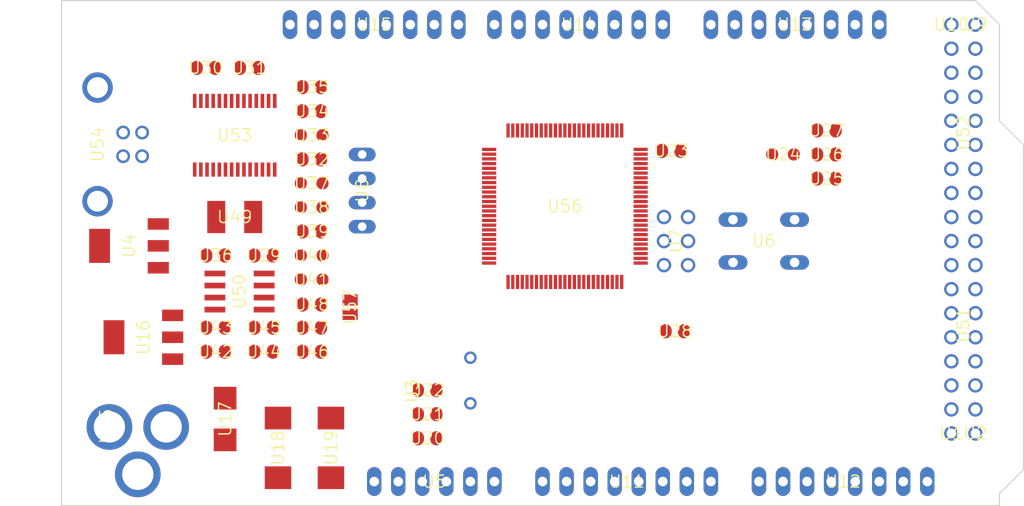
<source format=kicad_pcb>
(kicad_pcb (version 20221018) (generator pcbnew)
  (layers (0 "F.Cu" signal "Top") (31 "B.Cu" signal "Bottom") (34 "B.Paste" user) (35 "F.Paste" user) (36 "B.SilkS" user "B.Silkscreen") (37 "F.SilkS" user "F.Silkscreen") (38 "B.Mask" user) (39 "F.Mask" user) (44 "Edge.Cuts" user))
  (net 0 "")
  (net 1 "+5V")
  (net 2 "GND")
  (net 3 "N$6")
  (net 4 "N$7")
  (net 5 "AREF")
  (net 6 "RESET")
  (net 7 "VIN")
  (net 8 "N$3")
  (net 9 "PWRIN")
  (net 10 "M8RXD")
  (net 11 "M8TXD")
  (net 12 "ADC0")
  (net 13 "ADC2")
  (net 14 "ADC1")
  (net 15 "ADC3")
  (net 16 "ADC4")
  (net 17 "ADC5")
  (net 18 "ADC6")
  (net 19 "ADC7")
  (net 20 "+3V3")
  (net 21 "SDA")
  (net 22 "SCL")
  (net 23 "ADC9")
  (net 24 "ADC8")
  (net 25 "ADC10")
  (net 26 "ADC11")
  (net 27 "ADC12")
  (net 28 "ADC13")
  (net 29 "ADC14")
  (net 30 "ADC15")
  (net 31 "PB3")
  (net 32 "PB2")
  (net 33 "PB1")
  (net 34 "PB5")
  (net 35 "PB4")
  (net 36 "PE5")
  (net 37 "PE4")
  (net 38 "PE3")
  (net 39 "PE1")
  (net 40 "PE0")
  (net 41 "N$15")
  (net 42 "N$53")
  (net 43 "N$54")
  (net 44 "N$55")
  (net 45 "D-")
  (net 46 "D+")
  (net 47 "N$60")
  (net 48 "DTR")
  (net 49 "USBVCC")
  (net 50 "N$2")
  (net 51 "N$4")
  (net 52 "GATE_CMD")
  (net 53 "CMP")
  (net 54 "PB6")
  (net 55 "PH3")
  (net 56 "PH4")
  (net 57 "PH5")
  (net 58 "PH6")
  (net 59 "PG5")
  (net 60 "RXD1")
  (net 61 "TXD1")
  (net 62 "RXD2")
  (net 63 "RXD3")
  (net 64 "TXD2")
  (net 65 "TXD3")
  (net 66 "PC0")
  (net 67 "PC1")
  (net 68 "PC2")
  (net 69 "PC3")
  (net 70 "PC4")
  (net 71 "PC5")
  (net 72 "PC6")
  (net 73 "PC7")
  (net 74 "PB0")
  (net 75 "PG0")
  (net 76 "PG1")
  (net 77 "PG2")
  (net 78 "PD7")
  (net 79 "PA0")
  (net 80 "PA1")
  (net 81 "PA2")
  (net 82 "PA3")
  (net 83 "PA4")
  (net 84 "PA5")
  (net 85 "PA6")
  (net 86 "PA7")
  (net 87 "PL0")
  (net 88 "PL1")
  (net 89 "PL2")
  (net 90 "PL3")
  (net 91 "PL4")
  (net 92 "PL5")
  (net 93 "PL6")
  (net 94 "PL7")
  (net 95 "PB7")
  (net 96 "CTS")
  (net 97 "DSR")
  (net 98 "DCD")
  (net 99 "RI")
  (footprint "Arduino_MEGA_Reference_Design:2X03" (layer "F.Cu") (at 162.5981 103.7336 -90)
    (fp_text reference "U7")
    (fp_text value "")
  )
  (footprint "Arduino_MEGA_Reference_Design:1X08" (layer "F.Cu") (at 152.3111 80.8736 180)
    (fp_text reference "U14")
    (fp_text value "")
  )
  (footprint "Arduino_MEGA_Reference_Design:1X08" (layer "F.Cu") (at 130.7211 80.8736 180)
    (fp_text reference "U15")
    (fp_text value "")
  )
  (footprint "Arduino_MEGA_Reference_Design:SMC_D" (layer "F.Cu") (at 120.5611 125.5776 -90)
    (fp_text reference "U18")
    (fp_text value "")
  )
  (footprint "Arduino_MEGA_Reference_Design:SMC_D" (layer "F.Cu") (at 126.1491 125.5776 -90)
    (fp_text reference "U19")
    (fp_text value "")
  )
  (footprint "Arduino_MEGA_Reference_Design:B3F-10XX" (layer "F.Cu") (at 171.8691 103.7336 180)
    (fp_text reference "U6")
    (fp_text value "")
  )
  (footprint "Arduino_MEGA_Reference_Design:0805RND" (layer "F.Cu") (at 173.9011 94.5896 180)
    (fp_text reference "U24")
    (fp_text value "")
  )
  (footprint "Arduino_MEGA_Reference_Design:SMB" (layer "F.Cu") (at 114.9731 122.5296 -90)
    (fp_text reference "U17")
    (fp_text value "")
  )
  (footprint "Arduino_MEGA_Reference_Design:DC-21MM" (layer "F.Cu") (at 103.0351 123.2916 90)
    (fp_text reference "U55")
    (fp_text value "")
  )
  (footprint "Arduino_MEGA_Reference_Design:HC49_S" (layer "F.Cu") (at 140.8811 118.4656 90)
    (fp_text reference "U3")
    (fp_text value "")
  )
  (footprint "Arduino_MEGA_Reference_Design:SOT223" (layer "F.Cu") (at 106.3371 113.8936 90)
    (fp_text reference "U16")
    (fp_text value "")
  )
  (footprint "Arduino_MEGA_Reference_Design:1X06" (layer "F.Cu") (at 137.0711 129.1336)
    (fp_text reference "U5")
    (fp_text value "")
  )
  (footprint "Arduino_MEGA_Reference_Design:C0805RND" (layer "F.Cu") (at 124.1171 87.4776)
    (fp_text reference "U35")
    (fp_text value "")
  )
  (footprint "Arduino_MEGA_Reference_Design:C0805RND" (layer "F.Cu") (at 162.4711 113.2586)
    (fp_text reference "U28")
    (fp_text value "")
  )
  (footprint "Arduino_MEGA_Reference_Design:C0805RND" (layer "F.Cu") (at 136.3091 122.0216)
    (fp_text reference "U21")
    (fp_text value "")
  )
  (footprint "Arduino_MEGA_Reference_Design:C0805RND" (layer "F.Cu") (at 136.3091 119.4816)
    (fp_text reference "U22")
    (fp_text value "")
  )
  (footprint "Arduino_MEGA_Reference_Design:C0805RND" (layer "F.Cu") (at 113.9571 112.8776)
    (fp_text reference "U43")
    (fp_text value "")
  )
  (footprint "Arduino_MEGA_Reference_Design:RCL_0805RND" (layer "F.Cu") (at 124.1171 105.2576)
    (fp_text reference "U40")
    (fp_text value "")
  )
  (footprint "Arduino_MEGA_Reference_Design:RCL_0805RND" (layer "F.Cu") (at 124.1171 107.7976)
    (fp_text reference "U41")
    (fp_text value "")
  )
  (footprint "Arduino_MEGA_Reference_Design:1X08" (layer "F.Cu") (at 157.3911 129.1336)
    (fp_text reference "U11")
    (fp_text value "")
  )
  (footprint "Arduino_MEGA_Reference_Design:1X08" (layer "F.Cu") (at 175.1711 80.8736 180)
    (fp_text reference "U13")
    (fp_text value "")
  )
  (footprint "Arduino_MEGA_Reference_Design:R0805RND" (layer "F.Cu") (at 178.4731 94.5896 180)
    (fp_text reference "U26")
    (fp_text value "")
  )
  (footprint "Arduino_MEGA_Reference_Design:R0805RND" (layer "F.Cu") (at 178.4731 92.0496 180)
    (fp_text reference "U27")
    (fp_text value "")
  )
  (footprint "Arduino_MEGA_Reference_Design:TQFP100" (layer "F.Cu") (at 150.86109924316406 100.05496215820312 0)
    (fp_text reference "U56")
    (fp_text value "")
  )
  (footprint "Arduino_MEGA_Reference_Design:C0805RND" (layer "F.Cu") (at 162.0901 94.2086 180)
    (fp_text reference "U23")
    (fp_text value "")
  )
  (footprint "Arduino_MEGA_Reference_Design:C0805RND" (layer "F.Cu") (at 136.3091 124.5616)
    (fp_text reference "U20")
    (fp_text value "")
  )
  (footprint "Arduino_MEGA_Reference_Design:1X08" (layer "F.Cu") (at 180.2511 129.1336)
    (fp_text reference "U12")
    (fp_text value "")
  )
  (footprint "Arduino_MEGA_Reference_Design:R0805RND" (layer "F.Cu") (at 124.1171 112.8776)
    (fp_text reference "U47")
    (fp_text value "")
  )
  (footprint "Arduino_MEGA_Reference_Design:C0805RND" (layer "F.Cu") (at 124.1171 115.4176)
    (fp_text reference "U46")
    (fp_text value "")
  )
  (footprint "Arduino_MEGA_Reference_Design:C0805RND" (layer "F.Cu") (at 113.9571 105.2576)
    (fp_text reference "U36")
    (fp_text value "")
  )
  (footprint "Arduino_MEGA_Reference_Design:C0805RND" (layer "F.Cu") (at 112.9411 85.4456)
    (fp_text reference "U30")
    (fp_text value "")
  )
  (footprint "Arduino_MEGA_Reference_Design:0805RND" (layer "F.Cu") (at 124.1171 100.1776 180)
    (fp_text reference "U38")
    (fp_text value "")
  )
  (footprint "Arduino_MEGA_Reference_Design:0805RND" (layer "F.Cu") (at 124.1171 97.6376 180)
    (fp_text reference "U37")
    (fp_text value "")
  )
  (footprint "Arduino_MEGA_Reference_Design:R0805RND" (layer "F.Cu") (at 124.1171 95.0976)
    (fp_text reference "U32")
    (fp_text value "")
  )
  (footprint "Arduino_MEGA_Reference_Design:R0805RND" (layer "F.Cu") (at 124.1171 102.7176)
    (fp_text reference "U39")
    (fp_text value "")
  )
  (footprint "Arduino_MEGA_Reference_Design:SSOP28" (layer "F.Cu") (at 115.9891 92.5576)
    (fp_text reference "U53")
    (fp_text value "")
  )
  (footprint "Arduino_MEGA_Reference_Design:PN61729" (layer "F.Cu") (at 98.9584 93.5228 -90)
    (fp_text reference "U54")
    (fp_text value "")
  )
  (footprint "Arduino_MEGA_Reference_Design:L1812" (layer "F.Cu") (at 115.9891 101.1936)
    (fp_text reference "U49")
    (fp_text value "")
  )
  (footprint "Arduino_MEGA_Reference_Design:C0805RND" (layer "F.Cu") (at 117.5131 85.4456)
    (fp_text reference "U31")
    (fp_text value "")
  )
  (footprint "Arduino_MEGA_Reference_Design:0805RND" (layer "F.Cu") (at 124.1171 92.5576 180)
    (fp_text reference "U33")
    (fp_text value "")
  )
  (footprint "Arduino_MEGA_Reference_Design:R0805RND" (layer "F.Cu") (at 124.1171 90.0176 180)
    (fp_text reference "U34")
    (fp_text value "")
  )
  (footprint "Arduino_MEGA_Reference_Design:C0805RND" (layer "F.Cu") (at 124.1171 110.4392 180)
    (fp_text reference "U48")
    (fp_text value "")
  )
  (footprint "Arduino_MEGA_Reference_Design:SOT223" (layer "F.Cu") (at 104.8131 104.2416 90)
    (fp_text reference "U4")
    (fp_text value "")
  )
  (footprint "Arduino_MEGA_Reference_Design:SO08" (layer "F.Cu") (at 116.4971 109.0676 -90)
    (fp_text reference "U50")
    (fp_text value "")
  )
  (footprint "Arduino_MEGA_Reference_Design:R0805RND" (layer "F.Cu") (at 113.9571 115.4176 180)
    (fp_text reference "U42")
    (fp_text value "")
  )
  (footprint "Arduino_MEGA_Reference_Design:R0805RND" (layer "F.Cu") (at 119.0371 112.8776 180)
    (fp_text reference "U45")
    (fp_text value "")
  )
  (footprint "Arduino_MEGA_Reference_Design:C0805RND" (layer "F.Cu") (at 119.0371 115.4176 180)
    (fp_text reference "U44")
    (fp_text value "")
  )
  (footprint "Arduino_MEGA_Reference_Design:C0805RND" (layer "F.Cu") (at 119.0371 105.2576)
    (fp_text reference "U29")
    (fp_text value "")
  )
  (footprint "Arduino_MEGA_Reference_Design:2X08" (layer "F.Cu") (at 192.9511 92.3036 90)
    (fp_text reference "U52")
    (fp_text value "")
  )
  (footprint "Arduino_MEGA_Reference_Design:2X08" (layer "F.Cu") (at 192.9511 112.6236 90)
    (fp_text reference "U51")
    (fp_text value "")
  )
  (footprint "Arduino_MEGA_Reference_Design:R0805RND" (layer "F.Cu") (at 178.4731 97.1296 180)
    (fp_text reference "U25")
    (fp_text value "")
  )
  (footprint "Arduino_MEGA_Reference_Design:1X01" (layer "F.Cu") (at 191.6811 80.8736)
    (fp_text reference "U10")
    (fp_text value "")
  )
  (footprint "Arduino_MEGA_Reference_Design:1X01" (layer "F.Cu") (at 194.2211 80.8736)
    (fp_text reference "U9")
    (fp_text value "")
  )
  (footprint "Arduino_MEGA_Reference_Design:1X01" (layer "F.Cu") (at 191.6811 124.0536)
    (fp_text reference "U1")
    (fp_text value "")
  )
  (footprint "Arduino_MEGA_Reference_Design:1X01" (layer "F.Cu") (at 194.2211 124.0536)
    (fp_text reference "U2")
    (fp_text value "")
  )
  (footprint "Arduino_MEGA_Reference_Design:SJ" (layer "F.Cu") (at 128.1811 110.7186 -90)
    (fp_text reference "U57")
    (fp_text value "")
  )
  (footprint "Arduino_MEGA_Reference_Design:JP4" (layer "F.Cu") (at 129.4511 98.3996 -90)
    (fp_text reference "U8")
    (fp_text value "")
  )
  (gr_line (start 196.7611 80.8736) (end 196.7611 91.0336) (layer "Edge.Cuts") (width 0.12))
  (gr_line (start 196.7611 130.4036) (end 196.7611 131.6736) (layer "Edge.Cuts") (width 0.12))
  (gr_line (start 194.2211 78.3336) (end 196.7611 80.8736) (layer "Edge.Cuts") (width 0.12))
  (gr_line (start 97.7011 78.3336) (end 194.2211 78.3336) (layer "Edge.Cuts") (width 0.12))
  (gr_line (start 196.7611 91.0336) (end 199.3011 93.5736) (layer "Edge.Cuts") (width 0.12))
  (gr_line (start 97.7011 131.6736) (end 97.7011 78.3336) (layer "Edge.Cuts") (width 0.12))
  (gr_line (start 196.7611 131.6736) (end 97.7011 131.6736) (layer "Edge.Cuts") (width 0.12))
  (gr_line (start 199.3011 93.5736) (end 199.3011 127.8636) (layer "Edge.Cuts") (width 0.12))
  (gr_line (start 199.3011 127.8636) (end 196.7611 130.4036) (layer "Edge.Cuts") (width 0.12))
)
</source>
